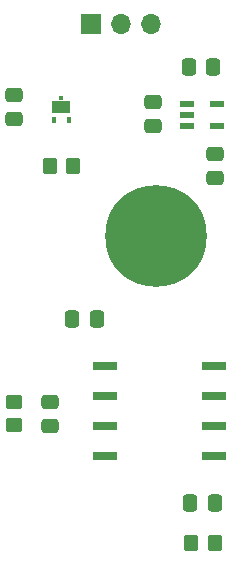
<source format=gbr>
%TF.GenerationSoftware,KiCad,Pcbnew,(6.0.8)*%
%TF.CreationDate,2023-05-16T00:54:05+01:00*%
%TF.ProjectId,photodiode,70686f74-6f64-4696-9f64-652e6b696361,rev?*%
%TF.SameCoordinates,Original*%
%TF.FileFunction,Soldermask,Top*%
%TF.FilePolarity,Negative*%
%FSLAX46Y46*%
G04 Gerber Fmt 4.6, Leading zero omitted, Abs format (unit mm)*
G04 Created by KiCad (PCBNEW (6.0.8)) date 2023-05-16 00:54:05*
%MOMM*%
%LPD*%
G01*
G04 APERTURE LIST*
G04 Aperture macros list*
%AMRoundRect*
0 Rectangle with rounded corners*
0 $1 Rounding radius*
0 $2 $3 $4 $5 $6 $7 $8 $9 X,Y pos of 4 corners*
0 Add a 4 corners polygon primitive as box body*
4,1,4,$2,$3,$4,$5,$6,$7,$8,$9,$2,$3,0*
0 Add four circle primitives for the rounded corners*
1,1,$1+$1,$2,$3*
1,1,$1+$1,$4,$5*
1,1,$1+$1,$6,$7*
1,1,$1+$1,$8,$9*
0 Add four rect primitives between the rounded corners*
20,1,$1+$1,$2,$3,$4,$5,0*
20,1,$1+$1,$4,$5,$6,$7,0*
20,1,$1+$1,$6,$7,$8,$9,0*
20,1,$1+$1,$8,$9,$2,$3,0*%
G04 Aperture macros list end*
%ADD10R,0.400000X0.600000*%
%ADD11R,0.400000X0.350000*%
%ADD12R,1.600000X1.100000*%
%ADD13R,2.100000X0.650000*%
%ADD14R,1.250000X0.600000*%
%ADD15RoundRect,0.250000X0.475000X-0.337500X0.475000X0.337500X-0.475000X0.337500X-0.475000X-0.337500X0*%
%ADD16RoundRect,0.250000X-0.337500X-0.475000X0.337500X-0.475000X0.337500X0.475000X-0.337500X0.475000X0*%
%ADD17R,1.700000X1.700000*%
%ADD18O,1.700000X1.700000*%
%ADD19RoundRect,0.250000X0.450000X-0.350000X0.450000X0.350000X-0.450000X0.350000X-0.450000X-0.350000X0*%
%ADD20RoundRect,0.250000X0.350000X0.450000X-0.350000X0.450000X-0.350000X-0.450000X0.350000X-0.450000X0*%
%ADD21RoundRect,0.250000X-0.475000X0.337500X-0.475000X-0.337500X0.475000X-0.337500X0.475000X0.337500X0*%
%ADD22RoundRect,0.250000X0.337500X0.475000X-0.337500X0.475000X-0.337500X-0.475000X0.337500X-0.475000X0*%
%ADD23C,8.600000*%
G04 APERTURE END LIST*
D10*
%TO.C,Q1*%
X123350000Y-83125000D03*
X124650000Y-83125000D03*
D11*
X124000000Y-81300000D03*
D12*
X124000000Y-82025000D03*
%TD*%
D13*
%TO.C,IC2*%
X127695000Y-103998000D03*
X127695000Y-106538000D03*
X127695000Y-109078000D03*
X127695000Y-111618000D03*
X136895000Y-111618000D03*
X136895000Y-109078000D03*
X136895000Y-106538000D03*
X136895000Y-103998000D03*
%TD*%
D14*
%TO.C,IC1*%
X134600000Y-81800000D03*
X134600000Y-82750000D03*
X134600000Y-83700000D03*
X137200000Y-83700000D03*
X137200000Y-81800000D03*
%TD*%
D15*
%TO.C,C7*%
X137037500Y-88075000D03*
X137037500Y-86000000D03*
%TD*%
D16*
%TO.C,C3*%
X134787500Y-78650000D03*
X136862500Y-78650000D03*
%TD*%
D17*
%TO.C,J1*%
X126475000Y-75000000D03*
D18*
X129015000Y-75000000D03*
X131555000Y-75000000D03*
%TD*%
D19*
%TO.C,R2*%
X120000000Y-109000000D03*
X120000000Y-107000000D03*
%TD*%
D20*
%TO.C,R3*%
X137000000Y-119000000D03*
X135000000Y-119000000D03*
%TD*%
D21*
%TO.C,C2*%
X131787500Y-81612500D03*
X131787500Y-83687500D03*
%TD*%
D22*
%TO.C,C6*%
X127000000Y-100000000D03*
X124925000Y-100000000D03*
%TD*%
D23*
%TO.C,H1*%
X132000000Y-93000000D03*
%TD*%
D21*
%TO.C,C1*%
X120000000Y-81025000D03*
X120000000Y-83100000D03*
%TD*%
D20*
%TO.C,R1*%
X125000000Y-87025000D03*
X123000000Y-87025000D03*
%TD*%
D22*
%TO.C,C5*%
X137000000Y-115620000D03*
X134925000Y-115620000D03*
%TD*%
D15*
%TO.C,C4*%
X123000000Y-109075000D03*
X123000000Y-107000000D03*
%TD*%
M02*

</source>
